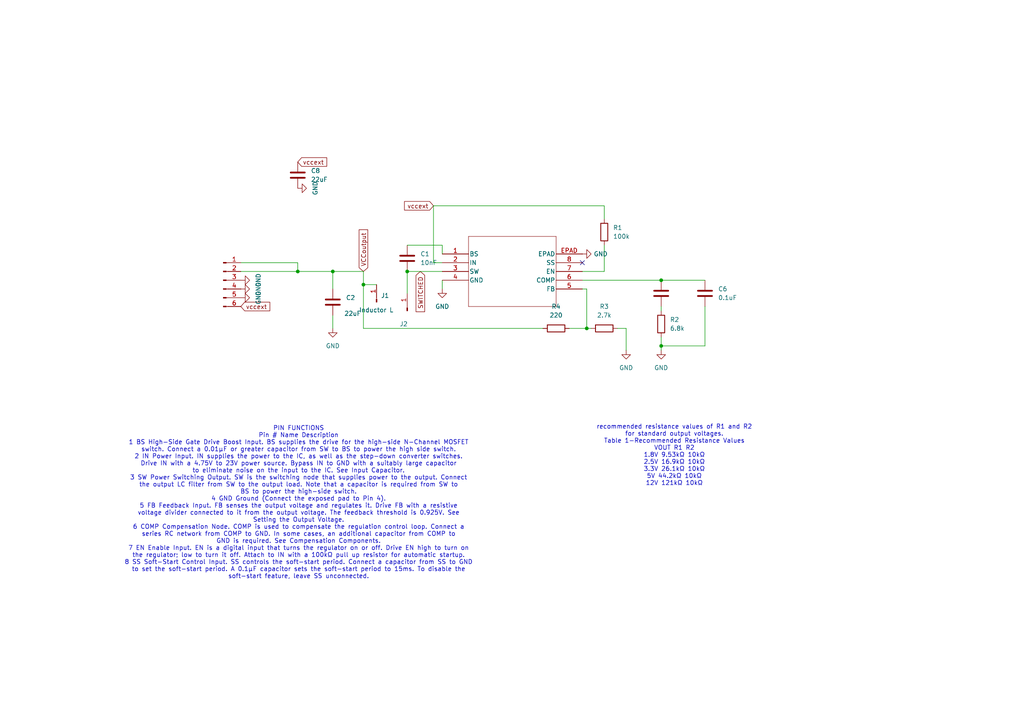
<source format=kicad_sch>
(kicad_sch (version 20231120) (generator "eeschema") (generator_version "8.0")
  (paper "A4")
  (lib_symbols
    (symbol "Connector:Conn_01x01_Pin" (pin_names (offset 1.016) hide)
      (property "Reference" "J" (at 0 2.54 0))
      (property "Value" "Conn_01x01_Pin" (at 0 -2.54 0))
      (symbol "Conn_01x01_Pin_1_1"
        (polyline (pts (xy 1.27 0) (xy 0.8636 0)) (stroke (width 0.1524)))
        (rectangle (start 0.8636 0.127) (end 0 -0.127) (stroke (width 0.1524)) (fill (type outline)))
        (pin passive line (at 5.08 0 180) (length 3.81) (name "Pin_1") (number "1"))
      )
    )
    (symbol "Connector:Conn_01x06_Pin" (pin_names (offset 1.016) hide)
      (property "Reference" "J" (at 0 7.62 0))
      (property "Value" "Conn_01x06_Pin" (at 0 -10.16 0))
      (symbol "Conn_01x06_Pin_1_1"
        (polyline (pts (xy 1.27 -7.62) (xy 0.8636 -7.62)) (stroke (width 0.1524)))
        (polyline (pts (xy 1.27 -5.08) (xy 0.8636 -5.08)) (stroke (width 0.1524)))
        (polyline (pts (xy 1.27 -2.54) (xy 0.8636 -2.54)) (stroke (width 0.1524)))
        (polyline (pts (xy 1.27 0) (xy 0.8636 0)) (stroke (width 0.1524)))
        (polyline (pts (xy 1.27 2.54) (xy 0.8636 2.54)) (stroke (width 0.1524)))
        (polyline (pts (xy 1.27 5.08) (xy 0.8636 5.08)) (stroke (width 0.1524)))
        (rectangle (start 0.8636 -7.493) (end 0 -7.747) (stroke (width 0.1524)) (fill (type outline)))
        (rectangle (start 0.8636 -4.953) (end 0 -5.207) (stroke (width 0.1524)) (fill (type outline)))
        (rectangle (start 0.8636 -2.413) (end 0 -2.667) (stroke (width 0.1524)) (fill (type outline)))
        (rectangle (start 0.8636 0.127) (end 0 -0.127) (stroke (width 0.1524)) (fill (type outline)))
        (rectangle (start 0.8636 2.667) (end 0 2.413) (stroke (width 0.1524)) (fill (type outline)))
        (rectangle (start 0.8636 5.207) (end 0 4.953) (stroke (width 0.1524)) (fill (type outline)))
        (pin passive line (at 5.08 5.08 180) (length 3.81) (name "Pin_1") (number "1"))
        (pin passive line (at 5.08 2.54 180) (length 3.81) (name "Pin_2") (number "2"))
        (pin passive line (at 5.08 0 180) (length 3.81) (name "Pin_3") (number "3"))
        (pin passive line (at 5.08 -2.54 180) (length 3.81) (name "Pin_4") (number "4"))
        (pin passive line (at 5.08 -5.08 180) (length 3.81) (name "Pin_5") (number "5"))
        (pin passive line (at 5.08 -7.62 180) (length 3.81) (name "Pin_6") (number "6"))
      )
    )
    (symbol "Device:C" (pin_numbers hide) (pin_names (offset 0.254))
      (property "Reference" "C" (at 0.635 2.54 0))
      (property "Value" "C" (at 0.635 -2.54 0))
      (symbol "C_0_1"
        (polyline (pts (xy -2.032 -0.762) (xy 2.032 -0.762)) (stroke (width 0.508)))
        (polyline (pts (xy -2.032 0.762) (xy 2.032 0.762)) (stroke (width 0.508)))
      )
      (symbol "C_1_1"
        (pin passive line (at 0 3.81 270) (length 2.794) (name "~") (number "1"))
        (pin passive line (at 0 -3.81 90) (length 2.794) (name "~") (number "2"))
      )
    )
    (symbol "Device:R" (pin_numbers hide) (pin_names (offset 0))
      (property "Reference" "R" (at 2.032 0 90))
      (property "Value" "R" (at 0 0 90))
      (symbol "R_0_1"
        (rectangle (start -1.016 -2.54) (end 1.016 2.54) (stroke (width 0.254)))
      )
      (symbol "R_1_1"
        (pin passive line (at 0 3.81 270) (length 1.27) (name "~") (number "1"))
        (pin passive line (at 0 -3.81 90) (length 1.27) (name "~") (number "2"))
      )
    )
    (symbol "MP2307:MP2307DN-LF-Z" (pin_names (offset 0.254))
      (property "Reference" "U" (at 20.32 10.16 0))
      (property "Value" "MP2307DN-LF-Z" (at 20.32 7.62 0))
      (symbol "MP2307DN-LF-Z_0_1"
        (polyline (pts (xy 7.62 -15.24) (xy 33.02 -15.24)) (stroke (width 0.127)))
        (polyline (pts (xy 7.62 5.08) (xy 7.62 -15.24)) (stroke (width 0.127)))
        (polyline (pts (xy 33.02 -15.24) (xy 33.02 5.08)) (stroke (width 0.127)))
        (polyline (pts (xy 33.02 5.08) (xy 7.62 5.08)) (stroke (width 0.127)))
        (pin unspecified line (at 0 0 0) (length 7.62) (name "BS") (number "1"))
        (pin unspecified line (at 0 -2.54 0) (length 7.62) (name "IN") (number "2"))
        (pin unspecified line (at 0 -5.08 0) (length 7.62) (name "SW") (number "3"))
        (pin power_out line (at 0 -7.62 0) (length 7.62) (name "GND") (number "4"))
        (pin unspecified line (at 40.64 -10.16 180) (length 7.62) (name "FB") (number "5"))
        (pin unspecified line (at 40.64 -7.62 180) (length 7.62) (name "COMP") (number "6"))
        (pin unspecified line (at 40.64 -5.08 180) (length 7.62) (name "EN") (number "7"))
        (pin unspecified line (at 40.64 -2.54 180) (length 7.62) (name "SS") (number "8"))
        (pin unspecified line (at 40.64 0 180) (length 7.62) (name "EPAD") (number "EPAD"))
      )
    )
    (symbol "power:GND" (power) (pin_numbers hide) (pin_names (offset 0) hide)
      (property "Value" "GND" (at 0 -3.81 0))
      (symbol "GND_0_1"
        (polyline (pts (xy 0 0) (xy 0 -1.27) (xy 1.27 -1.27) (xy 0 -2.54) (xy -1.27 -1.27) (xy 0 -1.27)))
      )
      (symbol "GND_1_1"
        (pin power_in line (at 0 0 270) (length 0) (name "~") (number "1"))
      )
    )
  )
  (junction (at 96.52 78.74))
  (junction (at 191.77 81.28))
  (junction (at 118.11 78.74))
  (junction (at 191.77 100.33))
  (junction (at 105.41 82.55))
  (junction (at 86.36 78.74))
  (junction (at 170.18 95.25))
  (no_connect (at 168.91 76.2))
  (wire (pts (xy 168.91 81.28) (xy 191.77 81.28)))
  (wire (pts (xy 118.11 78.74) (xy 118.11 85.09)))
  (wire (pts (xy 191.77 97.79) (xy 191.77 100.33)))
  (wire (pts (xy 96.52 91.44) (xy 96.52 95.25)))
  (wire (pts (xy 179.07 95.25) (xy 181.61 95.25)))
  (wire (pts (xy 105.41 82.55) (xy 105.41 95.25)))
  (wire (pts (xy 125.73 76.2) (xy 125.73 59.69)))
  (wire (pts (xy 128.27 81.28) (xy 128.27 83.82)))
  (wire (pts (xy 170.18 83.82) (xy 168.91 83.82)))
  (wire (pts (xy 191.77 81.28) (xy 204.47 81.28)))
  (wire (pts (xy 86.36 76.2) (xy 86.36 78.74)))
  (wire (pts (xy 181.61 95.25) (xy 181.61 101.6)))
  (wire (pts (xy 118.11 71.12) (xy 128.27 71.12)))
  (wire (pts (xy 69.85 78.74) (xy 86.36 78.74)))
  (wire (pts (xy 175.26 78.74) (xy 175.26 71.12)))
  (wire (pts (xy 118.11 78.74) (xy 128.27 78.74)))
  (wire (pts (xy 191.77 100.33) (xy 191.77 101.6)))
  (wire (pts (xy 168.91 78.74) (xy 175.26 78.74)))
  (wire (pts (xy 170.18 83.82) (xy 170.18 95.25)))
  (wire (pts (xy 105.41 78.74) (xy 105.41 82.55)))
  (wire (pts (xy 157.48 95.25) (xy 105.41 95.25)))
  (wire (pts (xy 204.47 88.9) (xy 204.47 100.33)))
  (wire (pts (xy 171.45 95.25) (xy 170.18 95.25)))
  (wire (pts (xy 175.26 59.69) (xy 125.73 59.69)))
  (wire (pts (xy 109.22 82.55) (xy 105.41 82.55)))
  (wire (pts (xy 204.47 100.33) (xy 191.77 100.33)))
  (wire (pts (xy 86.36 78.74) (xy 96.52 78.74)))
  (wire (pts (xy 128.27 76.2) (xy 125.73 76.2)))
  (wire (pts (xy 175.26 63.5) (xy 175.26 59.69)))
  (wire (pts (xy 165.1 95.25) (xy 170.18 95.25)))
  (wire (pts (xy 96.52 83.82) (xy 96.52 78.74)))
  (wire (pts (xy 128.27 71.12) (xy 128.27 73.66)))
  (wire (pts (xy 69.85 76.2) (xy 86.36 76.2)))
  (wire (pts (xy 96.52 78.74) (xy 105.41 78.74)))
  (wire (pts (xy 191.77 88.9) (xy 191.77 90.17)))
  (text "recommended resistance values of R1 and R2\nfor standard output voltages.\nTable 1-Recommended Resistance Values\nVOUT R1 R2\n1.8V 9.53kΩ 10kΩ\n2.5V 16.9kΩ 10kΩ\n3.3V 26.1kΩ 10kΩ\n5V 44.2kΩ 10kΩ\n12V 121kΩ 10kΩ" (at 195.58 132.08 0) (effects (font (size 1.27 1.27))))
  (text "PIN FUNCTIONS\nPin # Name Description\n1 BS High-Side Gate Drive Boost Input. BS supplies the drive for the high-side N-Channel MOSFET\nswitch. Connect a 0.01μF or greater capacitor from SW to BS to power the high side switch.\n2 IN Power Input. IN supplies the power to the IC, as well as the step-down converter switches.\nDrive IN with a 4.75V to 23V power source. Bypass IN to GND with a suitably large capacitor\nto eliminate noise on the input to the IC. See Input Capacitor.\n3 SW Power Switching Output. SW is the switching node that supplies power to the output. Connect\nthe output LC filter from SW to the output load. Note that a capacitor is required from SW to\nBS to power the high-side switch.\n4 GND Ground (Connect the exposed pad to Pin 4).\n5 FB Feedback Input. FB senses the output voltage and regulates it. Drive FB with a resistive\nvoltage divider connected to it from the output voltage. The feedback threshold is 0.925V. See\nSetting the Output Voltage.\n6 COMP Compensation Node. COMP is used to compensate the regulation control loop. Connect a\nseries RC network from COMP to GND. In some cases, an additional capacitor from COMP to\nGND is required. See Compensation Components.\n7 EN Enable Input. EN is a digital input that turns the regulator on or off. Drive EN high to turn on\nthe regulator; low to turn it off. Attach to IN with a 100kΩ pull up resistor for automatic startup.\n8 SS Soft-Start Control Input. SS controls the soft-start period. Connect a capacitor from SS to GND\nto set the soft-start period. A 0.1μF capacitor sets the soft-start period to 15ms. To disable the\nsoft-start feature, leave SS unconnected." (at 86.614 145.796 0) (effects (font (size 1.27 1.27))))
  (global_label "vccext" (shape input) (at 86.36 46.99 0) (property "Intersheetrefs" "${INTERSHEET_REFS}" (effects (hide yes))))
  (global_label "vccext" (shape input) (at 125.73 59.69 180) (property "Intersheetrefs" "${INTERSHEET_REFS}" (effects (hide yes))))
  (global_label "vccext" (shape input) (at 69.85 88.9 0) (property "Intersheetrefs" "${INTERSHEET_REFS}" (effects (hide yes))))
  (global_label "VCCoutput" (shape input) (at 105.41 78.74 90) (property "Intersheetrefs" "${INTERSHEET_REFS}" (effects (hide yes))))
  (global_label "SWITCHED" (shape input) (at 121.92 78.74 270) (property "Intersheetrefs" "${INTERSHEET_REFS}" (effects (hide yes))))
  (symbol (lib_id "Connector:Conn_01x01_Pin") (at 109.22 87.63 90) (unit 1)
    (property "Reference" "J1" (at 110.49 85.7249 90) (effects (justify right)))
    (property "Value" "Inductor L" (at 104.14 89.916 90) (effects (justify right)))
    (property "Footprint" "Connector_PinHeader_2.54mm:PinHeader_1x01_P2.54mm_Vertical" (effects (hide yes)))
    (property "Description" "Generic connector, single row, 01x01, script generated" (effects (hide yes)))
  )
  (symbol (lib_id "Device:R") (at 175.26 95.25 90) (unit 1)
    (property "Reference" "R3" (at 175.26 88.9 90))
    (property "Value" "2.7k" (at 175.26 91.44 90))
    (property "Footprint" "Resistor_THT:R_Axial_DIN0204_L3.6mm_D1.6mm_P1.90mm_Vertical" (effects (hide yes)))
    (property "Description" "Resistor" (effects (hide yes)))
  )
  (symbol (lib_id "power:GND") (at 168.91 73.66 90) (unit 1)
    (property "Reference" "#PWR010" (effects (hide yes)))
    (property "Value" "GND" (at 172.1732 73.6599 90) (effects (justify right)))
    (property "Description" "Power symbol creates a global label with name \"GND\" , ground" (effects (hide yes)))
  )
  (symbol (lib_id "power:GND") (at 191.77 101.6 0) (unit 1)
    (property "Reference" "#PWR04" (effects (hide yes)))
    (property "Value" "GND" (at 191.77 106.68 0))
    (property "Description" "Power symbol creates a global label with name \"GND\" , ground" (effects (hide yes)))
  )
  (symbol (lib_id "power:GND") (at 69.85 86.36 90) (unit 1)
    (property "Reference" "#PWR013" (effects (hide yes)))
    (property "Value" "GND" (at 74.93 86.36 0))
    (property "Description" "Power symbol creates a global label with name \"GND\" , ground" (effects (hide yes)))
  )
  (symbol (lib_id "MP2307:MP2307DN-LF-Z") (at 128.27 73.66 0) (unit 1)
    (property "Reference" "U1" (effects (hide yes)))
    (property "Value" "MP2307DN-LF-Z" (effects (hide yes)))
    (property "Footprint" "footprints:IC8_MP2307_MNP" (effects (hide yes)))
    (property "Datasheet" "MP2307DN-LF-Z" (effects (hide yes)))
  )
  (symbol (lib_id "Connector:Conn_01x01_Pin") (at 118.11 90.17 90) (unit 1)
    (property "Reference" "J2" (at 117.094 93.98 90))
    (property "Value" "Inductor_R" (effects (hide yes)))
    (property "Footprint" "Connector_PinHeader_2.54mm:PinHeader_1x01_P2.54mm_Vertical" (effects (hide yes)))
    (property "Description" "Generic connector, single row, 01x01, script generated" (effects (hide yes)))
  )
  (symbol (lib_id "power:GND") (at 128.27 83.82 0) (unit 1)
    (property "Reference" "#PWR03" (effects (hide yes)))
    (property "Value" "GND" (at 128.27 88.9 0))
    (property "Description" "Power symbol creates a global label with name \"GND\" , ground" (effects (hide yes)))
  )
  (symbol (lib_id "Device:C") (at 118.11 74.93 0) (unit 1)
    (property "Reference" "C1" (at 121.92 73.6599 0) (effects (justify left)))
    (property "Value" "10nF" (at 121.92 76.1999 0) (effects (justify left)))
    (property "Footprint" "Capacitor_THT:C_Disc_D3.0mm_W1.6mm_P2.50mm" (effects (hide yes)))
    (property "Description" "Unpolarized capacitor" (effects (hide yes)))
  )
  (symbol (lib_id "power:GND") (at 86.36 54.61 90) (mirror x) (unit 1)
    (property "Reference" "#PWR07" (effects (hide yes)))
    (property "Value" "GND" (at 91.44 54.61 0))
    (property "Description" "Power symbol creates a global label with name \"GND\" , ground" (effects (hide yes)))
  )
  (symbol (lib_id "Device:C") (at 96.52 87.63 0) (unit 1)
    (property "Reference" "C2" (at 100.33 86.3599 0) (effects (justify left)))
    (property "Value" "22uF" (at 99.822 90.932 0) (effects (justify left)))
    (property "Footprint" "Capacitor_THT:C_Disc_D3.0mm_W1.6mm_P2.50mm" (effects (hide yes)))
    (property "Description" "Unpolarized capacitor" (effects (hide yes)))
  )
  (symbol (lib_id "Device:C") (at 86.36 50.8 0) (unit 1)
    (property "Reference" "C8" (at 90.17 49.5299 0) (effects (justify left)))
    (property "Value" "22uF" (at 90.17 52.0699 0) (effects (justify left)))
    (property "Footprint" "Capacitor_THT:C_Disc_D3.0mm_W1.6mm_P2.50mm" (effects (hide yes)))
    (property "Description" "Unpolarized capacitor" (effects (hide yes)))
  )
  (symbol (lib_id "Device:R") (at 191.77 93.98 0) (unit 1)
    (property "Reference" "R2" (at 194.31 92.7099 0) (effects (justify left)))
    (property "Value" "6.8k" (at 194.31 95.2499 0) (effects (justify left)))
    (property "Footprint" "Resistor_THT:R_Axial_DIN0204_L3.6mm_D1.6mm_P1.90mm_Vertical" (effects (hide yes)))
    (property "Description" "Resistor" (effects (hide yes)))
  )
  (symbol (lib_id "power:GND") (at 69.85 83.82 90) (unit 1)
    (property "Reference" "#PWR012" (effects (hide yes)))
    (property "Value" "GND" (at 74.93 83.82 0))
    (property "Description" "Power symbol creates a global label with name \"GND\" , ground" (effects (hide yes)))
  )
  (symbol (lib_id "power:GND") (at 96.52 95.25 0) (unit 1)
    (property "Reference" "#PWR02" (effects (hide yes)))
    (property "Value" "GND" (at 96.52 100.33 0))
    (property "Description" "Power symbol creates a global label with name \"GND\" , ground" (effects (hide yes)))
  )
  (symbol (lib_id "power:GND") (at 69.85 81.28 90) (unit 1)
    (property "Reference" "#PWR011" (effects (hide yes)))
    (property "Value" "GND" (at 74.93 81.28 0))
    (property "Description" "Power symbol creates a global label with name \"GND\" , ground" (effects (hide yes)))
  )
  (symbol (lib_id "Device:C") (at 191.77 85.09 0) (unit 1)
    (property "Reference" "C3" (effects (hide yes)))
    (property "Value" "3.9nF" (effects (hide yes)))
    (property "Footprint" "Capacitor_THT:C_Disc_D3.0mm_W1.6mm_P2.50mm" (effects (hide yes)))
    (property "Description" "Unpolarized capacitor" (effects (hide yes)))
  )
  (symbol (lib_id "Device:R") (at 175.26 67.31 0) (unit 1)
    (property "Reference" "R1" (at 177.8 66.0399 0) (effects (justify left)))
    (property "Value" "100k" (at 177.8 68.5799 0) (effects (justify left)))
    (property "Footprint" "Resistor_THT:R_Axial_DIN0204_L3.6mm_D1.6mm_P1.90mm_Vertical" (effects (hide yes)))
    (property "Description" "Resistor" (effects (hide yes)))
  )
  (symbol (lib_id "Connector:Conn_01x06_Pin") (at 64.77 81.28 0) (unit 1)
    (property "Reference" "J4" (effects (hide yes)))
    (property "Value" "Conn_01x06_Pin" (effects (hide yes)))
    (property "Footprint" "virtex5_buck_footprint:virtex5_buck" (effects (hide yes)))
    (property "Description" "Generic connector, single row, 01x06, script generated" (effects (hide yes)))
  )
  (symbol (lib_id "Device:R") (at 161.29 95.25 270) (unit 1)
    (property "Reference" "R4" (at 161.29 88.9 90))
    (property "Value" "220" (at 161.29 91.44 90))
    (property "Footprint" "Resistor_THT:R_Axial_DIN0204_L3.6mm_D1.6mm_P1.90mm_Vertical" (effects (hide yes)))
    (property "Description" "Resistor" (effects (hide yes)))
  )
  (symbol (lib_id "Device:C") (at 204.47 85.09 0) (unit 1)
    (property "Reference" "C6" (at 208.28 83.8199 0) (effects (justify left)))
    (property "Value" "0.1uF" (at 208.28 86.3599 0) (effects (justify left)))
    (property "Footprint" "Capacitor_THT:C_Disc_D3.0mm_W1.6mm_P2.50mm" (effects (hide yes)))
    (property "Description" "Unpolarized capacitor" (effects (hide yes)))
  )
  (symbol (lib_id "power:GND") (at 181.61 101.6 0) (unit 1)
    (property "Reference" "#PWR05" (effects (hide yes)))
    (property "Value" "GND" (at 181.61 106.68 0))
    (property "Description" "Power symbol creates a global label with name \"GND\" , ground" (effects (hide yes)))
  )
)
</source>
